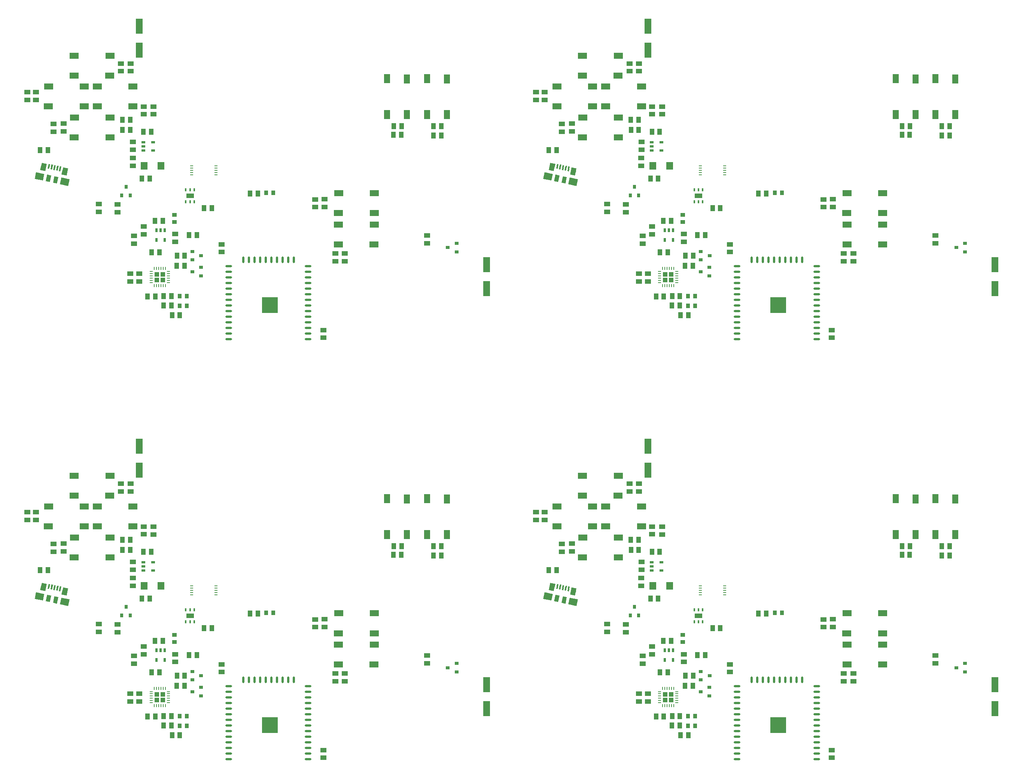
<source format=gbr>
G04 #@! TF.GenerationSoftware,KiCad,Pcbnew,(5.0.0-rc2-100-g6d77e594b)*
G04 #@! TF.CreationDate,2018-09-14T16:14:05+02:00*
G04 #@! TF.ProjectId,BruCON_0x0a,427275434F4E5F307830612E6B696361,rev?*
G04 #@! TF.SameCoordinates,Original*
G04 #@! TF.FileFunction,Paste,Top*
G04 #@! TF.FilePolarity,Positive*
%FSLAX46Y46*%
G04 Gerber Fmt 4.6, Leading zero omitted, Abs format (unit mm)*
G04 Created by KiCad (PCBNEW (5.0.0-rc2-100-g6d77e594b)) date Fri Sep 14 16:14:05 2018*
%MOMM*%
%LPD*%
G01*
G04 APERTURE LIST*
%ADD10R,1.400000X2.100000*%
%ADD11R,2.100000X1.400000*%
%ADD12R,1.400000X1.120000*%
%ADD13R,1.500000X1.700000*%
%ADD14R,1.120000X1.400000*%
%ADD15R,0.520000X0.848000*%
%ADD16R,1.600000X3.500000*%
%ADD17R,1.000000X0.820000*%
%ADD18C,0.940000*%
%ADD19C,0.100000*%
%ADD20C,1.520000*%
%ADD21C,1.180000*%
%ADD22C,0.360000*%
%ADD23R,0.900000X0.800000*%
%ADD24R,0.400000X0.664000*%
%ADD25R,1.720000X1.080000*%
%ADD26R,1.050000X1.050000*%
%ADD27R,0.240000X0.680000*%
%ADD28R,0.680000X0.240000*%
%ADD29R,0.770000X0.175000*%
%ADD30R,0.820000X1.000000*%
%ADD31R,3.600000X3.600000*%
%ADD32O,1.500000X0.540000*%
%ADD33O,0.540000X1.500000*%
%ADD34R,0.848000X0.520000*%
%ADD35R,0.800000X0.900000*%
G04 APERTURE END LIST*
D10*
G04 #@! TO.C,SW_A1*
X212400000Y-142060000D03*
X212400000Y-133960000D03*
X216900000Y-134010000D03*
X216900000Y-142060000D03*
G04 #@! TD*
G04 #@! TO.C,SW_A1*
X97400000Y-142060000D03*
X97400000Y-133960000D03*
X101900000Y-134010000D03*
X101900000Y-142060000D03*
G04 #@! TD*
G04 #@! TO.C,SW_A1*
X212400000Y-47060000D03*
X212400000Y-38960000D03*
X216900000Y-39010000D03*
X216900000Y-47060000D03*
G04 #@! TD*
D11*
G04 #@! TO.C,SW_DOWN1*
X149700000Y-147260000D03*
X141600000Y-147260000D03*
X141650000Y-142760000D03*
X149700000Y-142760000D03*
G04 #@! TD*
G04 #@! TO.C,SW_DOWN1*
X34700000Y-147260000D03*
X26600000Y-147260000D03*
X26650000Y-142760000D03*
X34700000Y-142760000D03*
G04 #@! TD*
G04 #@! TO.C,SW_DOWN1*
X149700000Y-52260000D03*
X141600000Y-52260000D03*
X141650000Y-47760000D03*
X149700000Y-47760000D03*
G04 #@! TD*
D12*
G04 #@! TO.C,R1*
X151410000Y-162370000D03*
X151410000Y-164130000D03*
G04 #@! TD*
G04 #@! TO.C,R1*
X36410000Y-162370000D03*
X36410000Y-164130000D03*
G04 #@! TD*
G04 #@! TO.C,R1*
X151410000Y-67370000D03*
X151410000Y-69130000D03*
G04 #@! TD*
D13*
G04 #@! TO.C,D2*
X157465000Y-153670000D03*
X161275000Y-153670000D03*
G04 #@! TD*
G04 #@! TO.C,D2*
X42465000Y-153670000D03*
X46275000Y-153670000D03*
G04 #@! TD*
G04 #@! TO.C,D2*
X157465000Y-58670000D03*
X161275000Y-58670000D03*
G04 #@! TD*
D14*
G04 #@! TO.C,M2*
X159040000Y-145990000D03*
X157280000Y-145990000D03*
G04 #@! TD*
G04 #@! TO.C,M2*
X44040000Y-145990000D03*
X42280000Y-145990000D03*
G04 #@! TD*
G04 #@! TO.C,M2*
X159040000Y-50990000D03*
X157280000Y-50990000D03*
G04 #@! TD*
G04 #@! TO.C,R26*
X152540000Y-145550000D03*
X154300000Y-145550000D03*
G04 #@! TD*
G04 #@! TO.C,R26*
X37540000Y-145550000D03*
X39300000Y-145550000D03*
G04 #@! TD*
G04 #@! TO.C,R26*
X152540000Y-50550000D03*
X154300000Y-50550000D03*
G04 #@! TD*
D12*
G04 #@! TO.C,C17*
X131040000Y-137020000D03*
X131040000Y-138780000D03*
G04 #@! TD*
G04 #@! TO.C,C17*
X16040000Y-137020000D03*
X16040000Y-138780000D03*
G04 #@! TD*
G04 #@! TO.C,C17*
X131040000Y-42020000D03*
X131040000Y-43780000D03*
G04 #@! TD*
D14*
G04 #@! TO.C,R14*
X172770000Y-163220000D03*
X171010000Y-163220000D03*
G04 #@! TD*
G04 #@! TO.C,R14*
X57770000Y-163220000D03*
X56010000Y-163220000D03*
G04 #@! TD*
G04 #@! TO.C,R14*
X172770000Y-68220000D03*
X171010000Y-68220000D03*
G04 #@! TD*
D15*
G04 #@! TO.C,U7*
X162080000Y-170440000D03*
X160180000Y-170440000D03*
X160180000Y-168240000D03*
X161130000Y-168240000D03*
X162080000Y-168240000D03*
G04 #@! TD*
G04 #@! TO.C,U7*
X47080000Y-170440000D03*
X45180000Y-170440000D03*
X45180000Y-168240000D03*
X46130000Y-168240000D03*
X47080000Y-168240000D03*
G04 #@! TD*
G04 #@! TO.C,U7*
X162080000Y-75440000D03*
X160180000Y-75440000D03*
X160180000Y-73240000D03*
X161130000Y-73240000D03*
X162080000Y-73240000D03*
G04 #@! TD*
D12*
G04 #@! TO.C,C6*
X154330000Y-178040000D03*
X154330000Y-179800000D03*
G04 #@! TD*
G04 #@! TO.C,C6*
X39330000Y-178040000D03*
X39330000Y-179800000D03*
G04 #@! TD*
G04 #@! TO.C,C6*
X154330000Y-83040000D03*
X154330000Y-84800000D03*
G04 #@! TD*
G04 #@! TO.C,C7*
X157360000Y-169170000D03*
X157360000Y-167410000D03*
G04 #@! TD*
G04 #@! TO.C,C7*
X42360000Y-169170000D03*
X42360000Y-167410000D03*
G04 #@! TD*
G04 #@! TO.C,C7*
X157360000Y-74170000D03*
X157360000Y-72410000D03*
G04 #@! TD*
D11*
G04 #@! TO.C,SW_RESET1*
X209470000Y-164380000D03*
X201370000Y-164380000D03*
X201420000Y-159880000D03*
X209470000Y-159880000D03*
G04 #@! TD*
G04 #@! TO.C,SW_RESET1*
X94470000Y-164380000D03*
X86370000Y-164380000D03*
X86420000Y-159880000D03*
X94470000Y-159880000D03*
G04 #@! TD*
G04 #@! TO.C,SW_RESET1*
X209470000Y-69380000D03*
X201370000Y-69380000D03*
X201420000Y-64880000D03*
X209470000Y-64880000D03*
G04 #@! TD*
D12*
G04 #@! TO.C,C1*
X197980000Y-192560000D03*
X197980000Y-190800000D03*
G04 #@! TD*
G04 #@! TO.C,C1*
X82980000Y-192560000D03*
X82980000Y-190800000D03*
G04 #@! TD*
G04 #@! TO.C,C1*
X197980000Y-97560000D03*
X197980000Y-95800000D03*
G04 #@! TD*
D14*
G04 #@! TO.C,C4*
X160880000Y-173230000D03*
X159120000Y-173230000D03*
G04 #@! TD*
G04 #@! TO.C,C4*
X45880000Y-173230000D03*
X44120000Y-173230000D03*
G04 #@! TD*
G04 #@! TO.C,C4*
X160880000Y-78230000D03*
X159120000Y-78230000D03*
G04 #@! TD*
D16*
G04 #@! TO.C,CP1*
X156360000Y-122090000D03*
X156360000Y-127490000D03*
G04 #@! TD*
G04 #@! TO.C,CP1*
X41360000Y-122090000D03*
X41360000Y-127490000D03*
G04 #@! TD*
G04 #@! TO.C,CP1*
X156360000Y-27090000D03*
X156360000Y-32490000D03*
G04 #@! TD*
D17*
G04 #@! TO.C,LED3*
X164250000Y-164770000D03*
X164250000Y-166370000D03*
G04 #@! TD*
G04 #@! TO.C,LED3*
X49250000Y-164770000D03*
X49250000Y-166370000D03*
G04 #@! TD*
G04 #@! TO.C,LED3*
X164250000Y-69770000D03*
X164250000Y-71370000D03*
G04 #@! TD*
D12*
G04 #@! TO.C,R20*
X154360000Y-130530000D03*
X154360000Y-132290000D03*
G04 #@! TD*
G04 #@! TO.C,R20*
X39360000Y-130530000D03*
X39360000Y-132290000D03*
G04 #@! TD*
G04 #@! TO.C,R20*
X154360000Y-35530000D03*
X154360000Y-37290000D03*
G04 #@! TD*
G04 #@! TO.C,C11*
X147150000Y-164100000D03*
X147150000Y-162340000D03*
G04 #@! TD*
G04 #@! TO.C,C11*
X32150000Y-164100000D03*
X32150000Y-162340000D03*
G04 #@! TD*
G04 #@! TO.C,C11*
X147150000Y-69100000D03*
X147150000Y-67340000D03*
G04 #@! TD*
D10*
G04 #@! TO.C,SW_B1*
X221400000Y-142060000D03*
X221400000Y-133960000D03*
X225900000Y-134010000D03*
X225900000Y-142060000D03*
G04 #@! TD*
G04 #@! TO.C,SW_B1*
X106400000Y-142060000D03*
X106400000Y-133960000D03*
X110900000Y-134010000D03*
X110900000Y-142060000D03*
G04 #@! TD*
G04 #@! TO.C,SW_B1*
X221400000Y-47060000D03*
X221400000Y-38960000D03*
X225900000Y-39010000D03*
X225900000Y-47060000D03*
G04 #@! TD*
D12*
G04 #@! TO.C,R18*
X221450000Y-171210000D03*
X221450000Y-169450000D03*
G04 #@! TD*
G04 #@! TO.C,R18*
X106450000Y-171210000D03*
X106450000Y-169450000D03*
G04 #@! TD*
G04 #@! TO.C,R18*
X221450000Y-76210000D03*
X221450000Y-74450000D03*
G04 #@! TD*
D18*
G04 #@! TO.C,J4*
X137435235Y-156849623D03*
D19*
G36*
X136817493Y-157495297D02*
X137133519Y-156008512D01*
X138052977Y-156203949D01*
X137736951Y-157690734D01*
X136817493Y-157495297D01*
X136817493Y-157495297D01*
G37*
D18*
X135791947Y-156500331D03*
D19*
G36*
X135174205Y-157146005D02*
X135490231Y-155659220D01*
X136409689Y-155854657D01*
X136093663Y-157341442D01*
X135174205Y-157146005D01*
X135174205Y-157146005D01*
G37*
D20*
X139460000Y-157280000D03*
D19*
G36*
X138372747Y-157825876D02*
X138688773Y-156339092D01*
X140547253Y-156734124D01*
X140231227Y-158220908D01*
X138372747Y-157825876D01*
X138372747Y-157825876D01*
G37*
D20*
X133767181Y-156069954D03*
D19*
G36*
X132679928Y-156615830D02*
X132995954Y-155129046D01*
X134854434Y-155524078D01*
X134538408Y-157010862D01*
X132679928Y-156615830D01*
X132679928Y-156615830D01*
G37*
D21*
X139500476Y-154937220D03*
D19*
G36*
X138748723Y-155636196D02*
X139098015Y-153992908D01*
X140252229Y-154238244D01*
X139902937Y-155881532D01*
X138748723Y-155636196D01*
X138748723Y-155636196D01*
G37*
D21*
X134683099Y-153913255D03*
D19*
G36*
X133931346Y-154612231D02*
X134280638Y-152968943D01*
X135434852Y-153214279D01*
X135085560Y-154857567D01*
X133931346Y-154612231D01*
X133931346Y-154612231D01*
G37*
D22*
X138438228Y-154343390D03*
D19*
G36*
X138147394Y-154845903D02*
X138376929Y-153766028D01*
X138729062Y-153840877D01*
X138499527Y-154920752D01*
X138147394Y-154845903D01*
X138147394Y-154845903D01*
G37*
D22*
X137802432Y-154208247D03*
D19*
G36*
X137511598Y-154710760D02*
X137741133Y-153630885D01*
X138093266Y-153705734D01*
X137863731Y-154785609D01*
X137511598Y-154710760D01*
X137511598Y-154710760D01*
G37*
D22*
X137166636Y-154073105D03*
D19*
G36*
X136875802Y-154575618D02*
X137105337Y-153495743D01*
X137457470Y-153570592D01*
X137227935Y-154650467D01*
X136875802Y-154575618D01*
X136875802Y-154575618D01*
G37*
D22*
X136530840Y-153937962D03*
D19*
G36*
X136240006Y-154440475D02*
X136469541Y-153360600D01*
X136821674Y-153435449D01*
X136592139Y-154515324D01*
X136240006Y-154440475D01*
X136240006Y-154440475D01*
G37*
D22*
X135895044Y-153802819D03*
D19*
G36*
X135604210Y-154305332D02*
X135833745Y-153225457D01*
X136185878Y-153300306D01*
X135956343Y-154380181D01*
X135604210Y-154305332D01*
X135604210Y-154305332D01*
G37*
G04 #@! TD*
D18*
G04 #@! TO.C,J4*
X22435235Y-156849623D03*
D19*
G36*
X21817493Y-157495297D02*
X22133519Y-156008512D01*
X23052977Y-156203949D01*
X22736951Y-157690734D01*
X21817493Y-157495297D01*
X21817493Y-157495297D01*
G37*
D18*
X20791947Y-156500331D03*
D19*
G36*
X20174205Y-157146005D02*
X20490231Y-155659220D01*
X21409689Y-155854657D01*
X21093663Y-157341442D01*
X20174205Y-157146005D01*
X20174205Y-157146005D01*
G37*
D20*
X24460000Y-157280000D03*
D19*
G36*
X23372747Y-157825876D02*
X23688773Y-156339092D01*
X25547253Y-156734124D01*
X25231227Y-158220908D01*
X23372747Y-157825876D01*
X23372747Y-157825876D01*
G37*
D20*
X18767181Y-156069954D03*
D19*
G36*
X17679928Y-156615830D02*
X17995954Y-155129046D01*
X19854434Y-155524078D01*
X19538408Y-157010862D01*
X17679928Y-156615830D01*
X17679928Y-156615830D01*
G37*
D21*
X24500476Y-154937220D03*
D19*
G36*
X23748723Y-155636196D02*
X24098015Y-153992908D01*
X25252229Y-154238244D01*
X24902937Y-155881532D01*
X23748723Y-155636196D01*
X23748723Y-155636196D01*
G37*
D21*
X19683099Y-153913255D03*
D19*
G36*
X18931346Y-154612231D02*
X19280638Y-152968943D01*
X20434852Y-153214279D01*
X20085560Y-154857567D01*
X18931346Y-154612231D01*
X18931346Y-154612231D01*
G37*
D22*
X23438228Y-154343390D03*
D19*
G36*
X23147394Y-154845903D02*
X23376929Y-153766028D01*
X23729062Y-153840877D01*
X23499527Y-154920752D01*
X23147394Y-154845903D01*
X23147394Y-154845903D01*
G37*
D22*
X22802432Y-154208247D03*
D19*
G36*
X22511598Y-154710760D02*
X22741133Y-153630885D01*
X23093266Y-153705734D01*
X22863731Y-154785609D01*
X22511598Y-154710760D01*
X22511598Y-154710760D01*
G37*
D22*
X22166636Y-154073105D03*
D19*
G36*
X21875802Y-154575618D02*
X22105337Y-153495743D01*
X22457470Y-153570592D01*
X22227935Y-154650467D01*
X21875802Y-154575618D01*
X21875802Y-154575618D01*
G37*
D22*
X21530840Y-153937962D03*
D19*
G36*
X21240006Y-154440475D02*
X21469541Y-153360600D01*
X21821674Y-153435449D01*
X21592139Y-154515324D01*
X21240006Y-154440475D01*
X21240006Y-154440475D01*
G37*
D22*
X20895044Y-153802819D03*
D19*
G36*
X20604210Y-154305332D02*
X20833745Y-153225457D01*
X21185878Y-153300306D01*
X20956343Y-154380181D01*
X20604210Y-154305332D01*
X20604210Y-154305332D01*
G37*
G04 #@! TD*
D18*
G04 #@! TO.C,J4*
X137435235Y-61849623D03*
D19*
G36*
X136817493Y-62495297D02*
X137133519Y-61008512D01*
X138052977Y-61203949D01*
X137736951Y-62690734D01*
X136817493Y-62495297D01*
X136817493Y-62495297D01*
G37*
D18*
X135791947Y-61500331D03*
D19*
G36*
X135174205Y-62146005D02*
X135490231Y-60659220D01*
X136409689Y-60854657D01*
X136093663Y-62341442D01*
X135174205Y-62146005D01*
X135174205Y-62146005D01*
G37*
D20*
X139460000Y-62280000D03*
D19*
G36*
X138372747Y-62825876D02*
X138688773Y-61339092D01*
X140547253Y-61734124D01*
X140231227Y-63220908D01*
X138372747Y-62825876D01*
X138372747Y-62825876D01*
G37*
D20*
X133767181Y-61069954D03*
D19*
G36*
X132679928Y-61615830D02*
X132995954Y-60129046D01*
X134854434Y-60524078D01*
X134538408Y-62010862D01*
X132679928Y-61615830D01*
X132679928Y-61615830D01*
G37*
D21*
X139500476Y-59937220D03*
D19*
G36*
X138748723Y-60636196D02*
X139098015Y-58992908D01*
X140252229Y-59238244D01*
X139902937Y-60881532D01*
X138748723Y-60636196D01*
X138748723Y-60636196D01*
G37*
D21*
X134683099Y-58913255D03*
D19*
G36*
X133931346Y-59612231D02*
X134280638Y-57968943D01*
X135434852Y-58214279D01*
X135085560Y-59857567D01*
X133931346Y-59612231D01*
X133931346Y-59612231D01*
G37*
D22*
X138438228Y-59343390D03*
D19*
G36*
X138147394Y-59845903D02*
X138376929Y-58766028D01*
X138729062Y-58840877D01*
X138499527Y-59920752D01*
X138147394Y-59845903D01*
X138147394Y-59845903D01*
G37*
D22*
X137802432Y-59208247D03*
D19*
G36*
X137511598Y-59710760D02*
X137741133Y-58630885D01*
X138093266Y-58705734D01*
X137863731Y-59785609D01*
X137511598Y-59710760D01*
X137511598Y-59710760D01*
G37*
D22*
X137166636Y-59073105D03*
D19*
G36*
X136875802Y-59575618D02*
X137105337Y-58495743D01*
X137457470Y-58570592D01*
X137227935Y-59650467D01*
X136875802Y-59575618D01*
X136875802Y-59575618D01*
G37*
D22*
X136530840Y-58937962D03*
D19*
G36*
X136240006Y-59440475D02*
X136469541Y-58360600D01*
X136821674Y-58435449D01*
X136592139Y-59515324D01*
X136240006Y-59440475D01*
X136240006Y-59440475D01*
G37*
D22*
X135895044Y-58802819D03*
D19*
G36*
X135604210Y-59305332D02*
X135833745Y-58225457D01*
X136185878Y-58300306D01*
X135956343Y-59380181D01*
X135604210Y-59305332D01*
X135604210Y-59305332D01*
G37*
G04 #@! TD*
D23*
G04 #@! TO.C,Q1*
X226120000Y-172170000D03*
X228120000Y-171220000D03*
X228120000Y-173120000D03*
G04 #@! TD*
G04 #@! TO.C,Q1*
X111120000Y-172170000D03*
X113120000Y-171220000D03*
X113120000Y-173120000D03*
G04 #@! TD*
G04 #@! TO.C,Q1*
X226120000Y-77170000D03*
X228120000Y-76220000D03*
X228120000Y-78120000D03*
G04 #@! TD*
D12*
G04 #@! TO.C,C15*
X139200000Y-144130000D03*
X139200000Y-145890000D03*
G04 #@! TD*
G04 #@! TO.C,C15*
X24200000Y-144130000D03*
X24200000Y-145890000D03*
G04 #@! TD*
G04 #@! TO.C,C15*
X139200000Y-49130000D03*
X139200000Y-50890000D03*
G04 #@! TD*
D11*
G04 #@! TO.C,SW_PROG1*
X201400000Y-166960000D03*
X209500000Y-166960000D03*
X209450000Y-171460000D03*
X201400000Y-171460000D03*
G04 #@! TD*
G04 #@! TO.C,SW_PROG1*
X86400000Y-166960000D03*
X94500000Y-166960000D03*
X94450000Y-171460000D03*
X86400000Y-171460000D03*
G04 #@! TD*
G04 #@! TO.C,SW_PROG1*
X201400000Y-71960000D03*
X209500000Y-71960000D03*
X209450000Y-76460000D03*
X201400000Y-76460000D03*
G04 #@! TD*
D14*
G04 #@! TO.C,R25*
X222870000Y-146790000D03*
X224630000Y-146790000D03*
G04 #@! TD*
G04 #@! TO.C,R25*
X107870000Y-146790000D03*
X109630000Y-146790000D03*
G04 #@! TD*
G04 #@! TO.C,R25*
X222870000Y-51790000D03*
X224630000Y-51790000D03*
G04 #@! TD*
D12*
G04 #@! TO.C,R23*
X132980000Y-137000000D03*
X132980000Y-138760000D03*
G04 #@! TD*
G04 #@! TO.C,R23*
X17980000Y-137000000D03*
X17980000Y-138760000D03*
G04 #@! TD*
G04 #@! TO.C,R23*
X132980000Y-42000000D03*
X132980000Y-43760000D03*
G04 #@! TD*
D14*
G04 #@! TO.C,C9*
X167580000Y-169350000D03*
X169340000Y-169350000D03*
G04 #@! TD*
G04 #@! TO.C,C9*
X52580000Y-169350000D03*
X54340000Y-169350000D03*
G04 #@! TD*
G04 #@! TO.C,C9*
X167580000Y-74350000D03*
X169340000Y-74350000D03*
G04 #@! TD*
D23*
G04 #@! TO.C,Q2*
X168330000Y-173030000D03*
X168330000Y-174930000D03*
X170330000Y-173980000D03*
G04 #@! TD*
G04 #@! TO.C,Q2*
X53330000Y-173030000D03*
X53330000Y-174930000D03*
X55330000Y-173980000D03*
G04 #@! TD*
G04 #@! TO.C,Q2*
X168330000Y-78030000D03*
X168330000Y-79930000D03*
X170330000Y-78980000D03*
G04 #@! TD*
D24*
G04 #@! TO.C,U3*
X167810000Y-159060000D03*
X168760000Y-159060000D03*
X166860000Y-159060000D03*
X167810000Y-161760000D03*
X168760000Y-161760000D03*
X166860000Y-161760000D03*
D25*
X167810000Y-160410000D03*
G04 #@! TD*
D24*
G04 #@! TO.C,U3*
X52810000Y-159060000D03*
X53760000Y-159060000D03*
X51860000Y-159060000D03*
X52810000Y-161760000D03*
X53760000Y-161760000D03*
X51860000Y-161760000D03*
D25*
X52810000Y-160410000D03*
G04 #@! TD*
D24*
G04 #@! TO.C,U3*
X167810000Y-64060000D03*
X168760000Y-64060000D03*
X166860000Y-64060000D03*
X167810000Y-66760000D03*
X168760000Y-66760000D03*
X166860000Y-66760000D03*
D25*
X167810000Y-65410000D03*
G04 #@! TD*
D26*
G04 #@! TO.C,U2*
X161620000Y-178190000D03*
X160320000Y-178190000D03*
X160320000Y-179490000D03*
X161620000Y-179490000D03*
D27*
X159720000Y-176890000D03*
X160220000Y-176890000D03*
X160720000Y-176890000D03*
X161220000Y-176890000D03*
X161720000Y-176890000D03*
X162220000Y-176890000D03*
D28*
X162920000Y-177590000D03*
X162920000Y-178090000D03*
X162920000Y-178590000D03*
X162920000Y-179090000D03*
X162920000Y-179590000D03*
X162920000Y-180090000D03*
D27*
X162220000Y-180790000D03*
X161720000Y-180790000D03*
X161220000Y-180790000D03*
X160720000Y-180790000D03*
X160220000Y-180790000D03*
X159720000Y-180790000D03*
D28*
X159020000Y-180090000D03*
X159020000Y-179590000D03*
X159020000Y-179090000D03*
X159020000Y-178590000D03*
X159020000Y-178090000D03*
X159020000Y-177590000D03*
G04 #@! TD*
D26*
G04 #@! TO.C,U2*
X46620000Y-178190000D03*
X45320000Y-178190000D03*
X45320000Y-179490000D03*
X46620000Y-179490000D03*
D27*
X44720000Y-176890000D03*
X45220000Y-176890000D03*
X45720000Y-176890000D03*
X46220000Y-176890000D03*
X46720000Y-176890000D03*
X47220000Y-176890000D03*
D28*
X47920000Y-177590000D03*
X47920000Y-178090000D03*
X47920000Y-178590000D03*
X47920000Y-179090000D03*
X47920000Y-179590000D03*
X47920000Y-180090000D03*
D27*
X47220000Y-180790000D03*
X46720000Y-180790000D03*
X46220000Y-180790000D03*
X45720000Y-180790000D03*
X45220000Y-180790000D03*
X44720000Y-180790000D03*
D28*
X44020000Y-180090000D03*
X44020000Y-179590000D03*
X44020000Y-179090000D03*
X44020000Y-178590000D03*
X44020000Y-178090000D03*
X44020000Y-177590000D03*
G04 #@! TD*
D26*
G04 #@! TO.C,U2*
X161620000Y-83190000D03*
X160320000Y-83190000D03*
X160320000Y-84490000D03*
X161620000Y-84490000D03*
D27*
X159720000Y-81890000D03*
X160220000Y-81890000D03*
X160720000Y-81890000D03*
X161220000Y-81890000D03*
X161720000Y-81890000D03*
X162220000Y-81890000D03*
D28*
X162920000Y-82590000D03*
X162920000Y-83090000D03*
X162920000Y-83590000D03*
X162920000Y-84090000D03*
X162920000Y-84590000D03*
X162920000Y-85090000D03*
D27*
X162220000Y-85790000D03*
X161720000Y-85790000D03*
X161220000Y-85790000D03*
X160720000Y-85790000D03*
X160220000Y-85790000D03*
X159720000Y-85790000D03*
D28*
X159020000Y-85090000D03*
X159020000Y-84590000D03*
X159020000Y-84090000D03*
X159020000Y-83590000D03*
X159020000Y-83090000D03*
X159020000Y-82590000D03*
G04 #@! TD*
D14*
G04 #@! TO.C,C13*
X156950000Y-156540000D03*
X158710000Y-156540000D03*
G04 #@! TD*
G04 #@! TO.C,C13*
X41950000Y-156540000D03*
X43710000Y-156540000D03*
G04 #@! TD*
G04 #@! TO.C,C13*
X156950000Y-61540000D03*
X158710000Y-61540000D03*
G04 #@! TD*
D23*
G04 #@! TO.C,Q3*
X168310000Y-177600000D03*
X170310000Y-176650000D03*
X170310000Y-178550000D03*
G04 #@! TD*
G04 #@! TO.C,Q3*
X53310000Y-177600000D03*
X55310000Y-176650000D03*
X55310000Y-178550000D03*
G04 #@! TD*
G04 #@! TO.C,Q3*
X168310000Y-82600000D03*
X170310000Y-81650000D03*
X170310000Y-83550000D03*
G04 #@! TD*
D12*
G04 #@! TO.C,R16*
X154900000Y-153690000D03*
X154900000Y-151930000D03*
G04 #@! TD*
G04 #@! TO.C,R16*
X39900000Y-153690000D03*
X39900000Y-151930000D03*
G04 #@! TD*
G04 #@! TO.C,R16*
X154900000Y-58690000D03*
X154900000Y-56930000D03*
G04 #@! TD*
G04 #@! TO.C,R5*
X200710000Y-173470000D03*
X200710000Y-175230000D03*
G04 #@! TD*
G04 #@! TO.C,R5*
X85710000Y-173470000D03*
X85710000Y-175230000D03*
G04 #@! TD*
G04 #@! TO.C,R5*
X200710000Y-78470000D03*
X200710000Y-80230000D03*
G04 #@! TD*
D29*
G04 #@! TO.C,J1*
X168220000Y-153690000D03*
X173720000Y-153690000D03*
X168220000Y-154190000D03*
X173720000Y-154190000D03*
X168220000Y-154690000D03*
X173720000Y-154690000D03*
X168220000Y-155190000D03*
X173720000Y-155190000D03*
X168220000Y-155690000D03*
X173720000Y-155690000D03*
G04 #@! TD*
G04 #@! TO.C,J1*
X53220000Y-153690000D03*
X58720000Y-153690000D03*
X53220000Y-154190000D03*
X58720000Y-154190000D03*
X53220000Y-154690000D03*
X58720000Y-154690000D03*
X53220000Y-155190000D03*
X58720000Y-155190000D03*
X53220000Y-155690000D03*
X58720000Y-155690000D03*
G04 #@! TD*
G04 #@! TO.C,J1*
X168220000Y-58690000D03*
X173720000Y-58690000D03*
X168220000Y-59190000D03*
X173720000Y-59190000D03*
X168220000Y-59690000D03*
X173720000Y-59690000D03*
X168220000Y-60190000D03*
X173720000Y-60190000D03*
X168220000Y-60690000D03*
X173720000Y-60690000D03*
G04 #@! TD*
D12*
G04 #@! TO.C,R21*
X136930000Y-144180000D03*
X136930000Y-145940000D03*
G04 #@! TD*
G04 #@! TO.C,R21*
X21930000Y-144180000D03*
X21930000Y-145940000D03*
G04 #@! TD*
G04 #@! TO.C,R21*
X136930000Y-49180000D03*
X136930000Y-50940000D03*
G04 #@! TD*
G04 #@! TO.C,R8*
X156360000Y-179800000D03*
X156360000Y-178040000D03*
G04 #@! TD*
G04 #@! TO.C,R8*
X41360000Y-179800000D03*
X41360000Y-178040000D03*
G04 #@! TD*
G04 #@! TO.C,R8*
X156360000Y-84800000D03*
X156360000Y-83040000D03*
G04 #@! TD*
D14*
G04 #@! TO.C,R13*
X161640000Y-166090000D03*
X159880000Y-166090000D03*
G04 #@! TD*
G04 #@! TO.C,R13*
X46640000Y-166090000D03*
X44880000Y-166090000D03*
G04 #@! TD*
G04 #@! TO.C,R13*
X161640000Y-71090000D03*
X159880000Y-71090000D03*
G04 #@! TD*
D30*
G04 #@! TO.C,LED2*
X165480000Y-183160000D03*
X167080000Y-183160000D03*
G04 #@! TD*
G04 #@! TO.C,LED2*
X50480000Y-183160000D03*
X52080000Y-183160000D03*
G04 #@! TD*
G04 #@! TO.C,LED2*
X165480000Y-88160000D03*
X167080000Y-88160000D03*
G04 #@! TD*
D12*
G04 #@! TO.C,R3*
X174970000Y-173170000D03*
X174970000Y-171410000D03*
G04 #@! TD*
G04 #@! TO.C,R3*
X59970000Y-173170000D03*
X59970000Y-171410000D03*
G04 #@! TD*
G04 #@! TO.C,R3*
X174970000Y-78170000D03*
X174970000Y-76410000D03*
G04 #@! TD*
D14*
G04 #@! TO.C,R9*
X164850000Y-174000000D03*
X166610000Y-174000000D03*
G04 #@! TD*
G04 #@! TO.C,R9*
X49850000Y-174000000D03*
X51610000Y-174000000D03*
G04 #@! TD*
G04 #@! TO.C,R9*
X164850000Y-79000000D03*
X166610000Y-79000000D03*
G04 #@! TD*
G04 #@! TO.C,R10*
X166560000Y-176250000D03*
X164800000Y-176250000D03*
G04 #@! TD*
G04 #@! TO.C,R10*
X51560000Y-176250000D03*
X49800000Y-176250000D03*
G04 #@! TD*
G04 #@! TO.C,R10*
X166560000Y-81250000D03*
X164800000Y-81250000D03*
G04 #@! TD*
G04 #@! TO.C,R12*
X163610000Y-183170000D03*
X161850000Y-183170000D03*
G04 #@! TD*
G04 #@! TO.C,R12*
X48610000Y-183170000D03*
X46850000Y-183170000D03*
G04 #@! TD*
G04 #@! TO.C,R12*
X163610000Y-88170000D03*
X161850000Y-88170000D03*
G04 #@! TD*
D30*
G04 #@! TO.C,LED1*
X167050000Y-185300000D03*
X165450000Y-185300000D03*
G04 #@! TD*
G04 #@! TO.C,LED1*
X52050000Y-185300000D03*
X50450000Y-185300000D03*
G04 #@! TD*
G04 #@! TO.C,LED1*
X167050000Y-90300000D03*
X165450000Y-90300000D03*
G04 #@! TD*
D14*
G04 #@! TO.C,R11*
X161820000Y-185260000D03*
X163580000Y-185260000D03*
G04 #@! TD*
G04 #@! TO.C,R11*
X46820000Y-185260000D03*
X48580000Y-185260000D03*
G04 #@! TD*
G04 #@! TO.C,R11*
X161820000Y-90260000D03*
X163580000Y-90260000D03*
G04 #@! TD*
D12*
G04 #@! TO.C,R17*
X154910000Y-150040000D03*
X154910000Y-148280000D03*
G04 #@! TD*
G04 #@! TO.C,R17*
X39910000Y-150040000D03*
X39910000Y-148280000D03*
G04 #@! TD*
G04 #@! TO.C,R17*
X154910000Y-55040000D03*
X154910000Y-53280000D03*
G04 #@! TD*
D14*
G04 #@! TO.C,C10*
X135690000Y-150090000D03*
X133930000Y-150090000D03*
G04 #@! TD*
G04 #@! TO.C,C10*
X20690000Y-150090000D03*
X18930000Y-150090000D03*
G04 #@! TD*
G04 #@! TO.C,C10*
X135690000Y-55090000D03*
X133930000Y-55090000D03*
G04 #@! TD*
D11*
G04 #@! TO.C,SW_LEFT1*
X154910000Y-140220000D03*
X146810000Y-140220000D03*
X146860000Y-135720000D03*
X154910000Y-135720000D03*
G04 #@! TD*
G04 #@! TO.C,SW_LEFT1*
X39910000Y-140220000D03*
X31810000Y-140220000D03*
X31860000Y-135720000D03*
X39910000Y-135720000D03*
G04 #@! TD*
G04 #@! TO.C,SW_LEFT1*
X154910000Y-45220000D03*
X146810000Y-45220000D03*
X146860000Y-40720000D03*
X154910000Y-40720000D03*
G04 #@! TD*
D30*
G04 #@! TO.C,LED4*
X185060000Y-159790000D03*
X186660000Y-159790000D03*
G04 #@! TD*
G04 #@! TO.C,LED4*
X70060000Y-159790000D03*
X71660000Y-159790000D03*
G04 #@! TD*
G04 #@! TO.C,LED4*
X185060000Y-64790000D03*
X186660000Y-64790000D03*
G04 #@! TD*
D14*
G04 #@! TO.C,R6*
X159980000Y-183180000D03*
X158220000Y-183180000D03*
G04 #@! TD*
G04 #@! TO.C,R6*
X44980000Y-183180000D03*
X43220000Y-183180000D03*
G04 #@! TD*
G04 #@! TO.C,R6*
X159980000Y-88180000D03*
X158220000Y-88180000D03*
G04 #@! TD*
D12*
G04 #@! TO.C,R19*
X164480000Y-170880000D03*
X164480000Y-169120000D03*
G04 #@! TD*
G04 #@! TO.C,R19*
X49480000Y-170880000D03*
X49480000Y-169120000D03*
G04 #@! TD*
G04 #@! TO.C,R19*
X164480000Y-75880000D03*
X164480000Y-74120000D03*
G04 #@! TD*
D14*
G04 #@! TO.C,R7*
X163740000Y-187480000D03*
X165500000Y-187480000D03*
G04 #@! TD*
G04 #@! TO.C,R7*
X48740000Y-187480000D03*
X50500000Y-187480000D03*
G04 #@! TD*
G04 #@! TO.C,R7*
X163740000Y-92480000D03*
X165500000Y-92480000D03*
G04 #@! TD*
D12*
G04 #@! TO.C,R22*
X159570000Y-142030000D03*
X159570000Y-140270000D03*
G04 #@! TD*
G04 #@! TO.C,R22*
X44570000Y-142030000D03*
X44570000Y-140270000D03*
G04 #@! TD*
G04 #@! TO.C,R22*
X159570000Y-47030000D03*
X159570000Y-45270000D03*
G04 #@! TD*
D31*
G04 #@! TO.C,U1*
X185840000Y-185190000D03*
D32*
X194540000Y-192890000D03*
X194540000Y-191620000D03*
X194540000Y-190350000D03*
X194540000Y-189080000D03*
X194540000Y-187810000D03*
X194540000Y-186540000D03*
X194540000Y-185270000D03*
X194540000Y-184000000D03*
X194540000Y-182730000D03*
X194540000Y-181460000D03*
X194540000Y-180190000D03*
X194540000Y-178920000D03*
X194540000Y-177650000D03*
X194540000Y-176380000D03*
D33*
X191255000Y-174890000D03*
X189985000Y-174890000D03*
X188715000Y-174890000D03*
X187445000Y-174890000D03*
X186175000Y-174890000D03*
X184905000Y-174890000D03*
X183635000Y-174890000D03*
X182365000Y-174890000D03*
X181095000Y-174890000D03*
X179825000Y-174890000D03*
D32*
X176540000Y-176380000D03*
X176540000Y-177650000D03*
X176540000Y-178920000D03*
X176540000Y-180190000D03*
X176540000Y-181460000D03*
X176540000Y-182730000D03*
X176540000Y-184000000D03*
X176540000Y-185270000D03*
X176540000Y-186540000D03*
X176540000Y-187810000D03*
X176540000Y-189080000D03*
X176540000Y-190350000D03*
X176540000Y-191620000D03*
X176540000Y-192890000D03*
G04 #@! TD*
D31*
G04 #@! TO.C,U1*
X70840000Y-185190000D03*
D32*
X79540000Y-192890000D03*
X79540000Y-191620000D03*
X79540000Y-190350000D03*
X79540000Y-189080000D03*
X79540000Y-187810000D03*
X79540000Y-186540000D03*
X79540000Y-185270000D03*
X79540000Y-184000000D03*
X79540000Y-182730000D03*
X79540000Y-181460000D03*
X79540000Y-180190000D03*
X79540000Y-178920000D03*
X79540000Y-177650000D03*
X79540000Y-176380000D03*
D33*
X76255000Y-174890000D03*
X74985000Y-174890000D03*
X73715000Y-174890000D03*
X72445000Y-174890000D03*
X71175000Y-174890000D03*
X69905000Y-174890000D03*
X68635000Y-174890000D03*
X67365000Y-174890000D03*
X66095000Y-174890000D03*
X64825000Y-174890000D03*
D32*
X61540000Y-176380000D03*
X61540000Y-177650000D03*
X61540000Y-178920000D03*
X61540000Y-180190000D03*
X61540000Y-181460000D03*
X61540000Y-182730000D03*
X61540000Y-184000000D03*
X61540000Y-185270000D03*
X61540000Y-186540000D03*
X61540000Y-187810000D03*
X61540000Y-189080000D03*
X61540000Y-190350000D03*
X61540000Y-191620000D03*
X61540000Y-192890000D03*
G04 #@! TD*
D31*
G04 #@! TO.C,U1*
X185840000Y-90190000D03*
D32*
X194540000Y-97890000D03*
X194540000Y-96620000D03*
X194540000Y-95350000D03*
X194540000Y-94080000D03*
X194540000Y-92810000D03*
X194540000Y-91540000D03*
X194540000Y-90270000D03*
X194540000Y-89000000D03*
X194540000Y-87730000D03*
X194540000Y-86460000D03*
X194540000Y-85190000D03*
X194540000Y-83920000D03*
X194540000Y-82650000D03*
X194540000Y-81380000D03*
D33*
X191255000Y-79890000D03*
X189985000Y-79890000D03*
X188715000Y-79890000D03*
X187445000Y-79890000D03*
X186175000Y-79890000D03*
X184905000Y-79890000D03*
X183635000Y-79890000D03*
X182365000Y-79890000D03*
X181095000Y-79890000D03*
X179825000Y-79890000D03*
D32*
X176540000Y-81380000D03*
X176540000Y-82650000D03*
X176540000Y-83920000D03*
X176540000Y-85190000D03*
X176540000Y-86460000D03*
X176540000Y-87730000D03*
X176540000Y-89000000D03*
X176540000Y-90270000D03*
X176540000Y-91540000D03*
X176540000Y-92810000D03*
X176540000Y-94080000D03*
X176540000Y-95350000D03*
X176540000Y-96620000D03*
X176540000Y-97890000D03*
G04 #@! TD*
D12*
G04 #@! TO.C,C5*
X155170000Y-171290000D03*
X155170000Y-169530000D03*
G04 #@! TD*
G04 #@! TO.C,C5*
X40170000Y-171290000D03*
X40170000Y-169530000D03*
G04 #@! TD*
G04 #@! TO.C,C5*
X155170000Y-76290000D03*
X155170000Y-74530000D03*
G04 #@! TD*
D11*
G04 #@! TO.C,SW_RIGHT1*
X143880000Y-140220000D03*
X135780000Y-140220000D03*
X135830000Y-135720000D03*
X143880000Y-135720000D03*
G04 #@! TD*
G04 #@! TO.C,SW_RIGHT1*
X28880000Y-140220000D03*
X20780000Y-140220000D03*
X20830000Y-135720000D03*
X28880000Y-135720000D03*
G04 #@! TD*
G04 #@! TO.C,SW_RIGHT1*
X143880000Y-45220000D03*
X135780000Y-45220000D03*
X135830000Y-40720000D03*
X143880000Y-40720000D03*
G04 #@! TD*
D16*
G04 #@! TO.C,CP2*
X234910000Y-176010000D03*
X234910000Y-181410000D03*
G04 #@! TD*
G04 #@! TO.C,CP2*
X119910000Y-176010000D03*
X119910000Y-181410000D03*
G04 #@! TD*
G04 #@! TO.C,CP2*
X234910000Y-81010000D03*
X234910000Y-86410000D03*
G04 #@! TD*
D14*
G04 #@! TO.C,R24*
X215610000Y-146680000D03*
X213850000Y-146680000D03*
G04 #@! TD*
G04 #@! TO.C,R24*
X100610000Y-146680000D03*
X98850000Y-146680000D03*
G04 #@! TD*
G04 #@! TO.C,R24*
X215610000Y-51680000D03*
X213850000Y-51680000D03*
G04 #@! TD*
D12*
G04 #@! TO.C,C3*
X202850000Y-175250000D03*
X202850000Y-173490000D03*
G04 #@! TD*
G04 #@! TO.C,C3*
X87850000Y-175250000D03*
X87850000Y-173490000D03*
G04 #@! TD*
G04 #@! TO.C,C3*
X202850000Y-80250000D03*
X202850000Y-78490000D03*
G04 #@! TD*
D14*
G04 #@! TO.C,C19*
X222880000Y-144660000D03*
X224640000Y-144660000D03*
G04 #@! TD*
G04 #@! TO.C,C19*
X107880000Y-144660000D03*
X109640000Y-144660000D03*
G04 #@! TD*
G04 #@! TO.C,C19*
X222880000Y-49660000D03*
X224640000Y-49660000D03*
G04 #@! TD*
D11*
G04 #@! TO.C,SW_UP1*
X141600000Y-128760000D03*
X149700000Y-128760000D03*
X149650000Y-133260000D03*
X141600000Y-133260000D03*
G04 #@! TD*
G04 #@! TO.C,SW_UP1*
X26600000Y-128760000D03*
X34700000Y-128760000D03*
X34650000Y-133260000D03*
X26600000Y-133260000D03*
G04 #@! TD*
G04 #@! TO.C,SW_UP1*
X141600000Y-33760000D03*
X149700000Y-33760000D03*
X149650000Y-38260000D03*
X141600000Y-38260000D03*
G04 #@! TD*
D14*
G04 #@! TO.C,C18*
X215640000Y-144670000D03*
X213880000Y-144670000D03*
G04 #@! TD*
G04 #@! TO.C,C18*
X100640000Y-144670000D03*
X98880000Y-144670000D03*
G04 #@! TD*
G04 #@! TO.C,C18*
X215640000Y-49670000D03*
X213880000Y-49670000D03*
G04 #@! TD*
D12*
G04 #@! TO.C,C2*
X198240000Y-163000000D03*
X198240000Y-161240000D03*
G04 #@! TD*
G04 #@! TO.C,C2*
X83240000Y-163000000D03*
X83240000Y-161240000D03*
G04 #@! TD*
G04 #@! TO.C,C2*
X198240000Y-68000000D03*
X198240000Y-66240000D03*
G04 #@! TD*
G04 #@! TO.C,C16*
X157330000Y-142020000D03*
X157330000Y-140260000D03*
G04 #@! TD*
G04 #@! TO.C,C16*
X42330000Y-142020000D03*
X42330000Y-140260000D03*
G04 #@! TD*
G04 #@! TO.C,C16*
X157330000Y-47020000D03*
X157330000Y-45260000D03*
G04 #@! TD*
G04 #@! TO.C,R4*
X196090000Y-161250000D03*
X196090000Y-163010000D03*
G04 #@! TD*
G04 #@! TO.C,R4*
X81090000Y-161250000D03*
X81090000Y-163010000D03*
G04 #@! TD*
G04 #@! TO.C,R4*
X196090000Y-66250000D03*
X196090000Y-68010000D03*
G04 #@! TD*
D14*
G04 #@! TO.C,R27*
X152530000Y-143270000D03*
X154290000Y-143270000D03*
G04 #@! TD*
G04 #@! TO.C,R27*
X37530000Y-143270000D03*
X39290000Y-143270000D03*
G04 #@! TD*
G04 #@! TO.C,R27*
X152530000Y-48270000D03*
X154290000Y-48270000D03*
G04 #@! TD*
D34*
G04 #@! TO.C,U5*
X159450000Y-148330000D03*
X159450000Y-150230000D03*
X157250000Y-150230000D03*
X157250000Y-149280000D03*
X157250000Y-148330000D03*
G04 #@! TD*
G04 #@! TO.C,U5*
X44450000Y-148330000D03*
X44450000Y-150230000D03*
X42250000Y-150230000D03*
X42250000Y-149280000D03*
X42250000Y-148330000D03*
G04 #@! TD*
G04 #@! TO.C,U5*
X159450000Y-53330000D03*
X159450000Y-55230000D03*
X157250000Y-55230000D03*
X157250000Y-54280000D03*
X157250000Y-53330000D03*
G04 #@! TD*
D12*
G04 #@! TO.C,C14*
X152200000Y-130530000D03*
X152200000Y-132290000D03*
G04 #@! TD*
G04 #@! TO.C,C14*
X37200000Y-130530000D03*
X37200000Y-132290000D03*
G04 #@! TD*
G04 #@! TO.C,C14*
X152200000Y-35530000D03*
X152200000Y-37290000D03*
G04 #@! TD*
D35*
G04 #@! TO.C,U8*
X153330000Y-158390000D03*
X154280000Y-160390000D03*
X152380000Y-160390000D03*
G04 #@! TD*
G04 #@! TO.C,U8*
X38330000Y-158390000D03*
X39280000Y-160390000D03*
X37380000Y-160390000D03*
G04 #@! TD*
G04 #@! TO.C,U8*
X153330000Y-63390000D03*
X154280000Y-65390000D03*
X152380000Y-65390000D03*
G04 #@! TD*
D14*
G04 #@! TO.C,R2*
X183143513Y-159908988D03*
X181383513Y-159908988D03*
G04 #@! TD*
G04 #@! TO.C,R2*
X68143513Y-159908988D03*
X66383513Y-159908988D03*
G04 #@! TD*
G04 #@! TO.C,R2*
X183143513Y-64908988D03*
X181383513Y-64908988D03*
G04 #@! TD*
G04 #@! TO.C,R14*
X56010000Y-68220000D03*
X57770000Y-68220000D03*
G04 #@! TD*
D10*
G04 #@! TO.C,SW_A1*
X101900000Y-47060000D03*
X101900000Y-39010000D03*
X97400000Y-38960000D03*
X97400000Y-47060000D03*
G04 #@! TD*
D11*
G04 #@! TO.C,SW_DOWN1*
X34700000Y-47760000D03*
X26650000Y-47760000D03*
X26600000Y-52260000D03*
X34700000Y-52260000D03*
G04 #@! TD*
G04 #@! TO.C,SW_LEFT1*
X39910000Y-40720000D03*
X31860000Y-40720000D03*
X31810000Y-45220000D03*
X39910000Y-45220000D03*
G04 #@! TD*
G04 #@! TO.C,SW_PROG1*
X86400000Y-76460000D03*
X94450000Y-76460000D03*
X94500000Y-71960000D03*
X86400000Y-71960000D03*
G04 #@! TD*
D10*
G04 #@! TO.C,SW_B1*
X110900000Y-47060000D03*
X110900000Y-39010000D03*
X106400000Y-38960000D03*
X106400000Y-47060000D03*
G04 #@! TD*
D11*
G04 #@! TO.C,SW_UP1*
X26600000Y-38260000D03*
X34650000Y-38260000D03*
X34700000Y-33760000D03*
X26600000Y-33760000D03*
G04 #@! TD*
G04 #@! TO.C,SW_RIGHT1*
X28880000Y-40720000D03*
X20830000Y-40720000D03*
X20780000Y-45220000D03*
X28880000Y-45220000D03*
G04 #@! TD*
G04 #@! TO.C,SW_RESET1*
X94470000Y-64880000D03*
X86420000Y-64880000D03*
X86370000Y-69380000D03*
X94470000Y-69380000D03*
G04 #@! TD*
D12*
G04 #@! TO.C,R18*
X106450000Y-74450000D03*
X106450000Y-76210000D03*
G04 #@! TD*
D32*
G04 #@! TO.C,U1*
X61540000Y-97890000D03*
X61540000Y-96620000D03*
X61540000Y-95350000D03*
X61540000Y-94080000D03*
X61540000Y-92810000D03*
X61540000Y-91540000D03*
X61540000Y-90270000D03*
X61540000Y-89000000D03*
X61540000Y-87730000D03*
X61540000Y-86460000D03*
X61540000Y-85190000D03*
X61540000Y-83920000D03*
X61540000Y-82650000D03*
X61540000Y-81380000D03*
D33*
X64825000Y-79890000D03*
X66095000Y-79890000D03*
X67365000Y-79890000D03*
X68635000Y-79890000D03*
X69905000Y-79890000D03*
X71175000Y-79890000D03*
X72445000Y-79890000D03*
X73715000Y-79890000D03*
X74985000Y-79890000D03*
X76255000Y-79890000D03*
D32*
X79540000Y-81380000D03*
X79540000Y-82650000D03*
X79540000Y-83920000D03*
X79540000Y-85190000D03*
X79540000Y-86460000D03*
X79540000Y-87730000D03*
X79540000Y-89000000D03*
X79540000Y-90270000D03*
X79540000Y-91540000D03*
X79540000Y-92810000D03*
X79540000Y-94080000D03*
X79540000Y-95350000D03*
X79540000Y-96620000D03*
X79540000Y-97890000D03*
D31*
X70840000Y-90190000D03*
G04 #@! TD*
D23*
G04 #@! TO.C,Q1*
X113120000Y-78120000D03*
X113120000Y-76220000D03*
X111120000Y-77170000D03*
G04 #@! TD*
D13*
G04 #@! TO.C,D2*
X46275000Y-58670000D03*
X42465000Y-58670000D03*
G04 #@! TD*
D12*
G04 #@! TO.C,C5*
X40170000Y-74530000D03*
X40170000Y-76290000D03*
G04 #@! TD*
D14*
G04 #@! TO.C,C19*
X109640000Y-49660000D03*
X107880000Y-49660000D03*
G04 #@! TD*
D12*
G04 #@! TO.C,C15*
X24200000Y-50890000D03*
X24200000Y-49130000D03*
G04 #@! TD*
D14*
G04 #@! TO.C,R9*
X51610000Y-79000000D03*
X49850000Y-79000000D03*
G04 #@! TD*
D12*
G04 #@! TO.C,R8*
X41360000Y-83040000D03*
X41360000Y-84800000D03*
G04 #@! TD*
D34*
G04 #@! TO.C,U5*
X42250000Y-53330000D03*
X42250000Y-54280000D03*
X42250000Y-55230000D03*
X44450000Y-55230000D03*
X44450000Y-53330000D03*
G04 #@! TD*
D12*
G04 #@! TO.C,C3*
X87850000Y-78490000D03*
X87850000Y-80250000D03*
G04 #@! TD*
D29*
G04 #@! TO.C,J1*
X58720000Y-60690000D03*
X53220000Y-60690000D03*
X58720000Y-60190000D03*
X53220000Y-60190000D03*
X58720000Y-59690000D03*
X53220000Y-59690000D03*
X58720000Y-59190000D03*
X53220000Y-59190000D03*
X58720000Y-58690000D03*
X53220000Y-58690000D03*
G04 #@! TD*
D12*
G04 #@! TO.C,C17*
X16040000Y-43780000D03*
X16040000Y-42020000D03*
G04 #@! TD*
G04 #@! TO.C,R17*
X39910000Y-53280000D03*
X39910000Y-55040000D03*
G04 #@! TD*
D14*
G04 #@! TO.C,R11*
X48580000Y-90260000D03*
X46820000Y-90260000D03*
G04 #@! TD*
G04 #@! TO.C,R24*
X98850000Y-51680000D03*
X100610000Y-51680000D03*
G04 #@! TD*
G04 #@! TO.C,M2*
X42280000Y-50990000D03*
X44040000Y-50990000D03*
G04 #@! TD*
D35*
G04 #@! TO.C,U8*
X37380000Y-65390000D03*
X39280000Y-65390000D03*
X38330000Y-63390000D03*
G04 #@! TD*
D12*
G04 #@! TO.C,R5*
X85710000Y-80230000D03*
X85710000Y-78470000D03*
G04 #@! TD*
G04 #@! TO.C,R21*
X21930000Y-50940000D03*
X21930000Y-49180000D03*
G04 #@! TD*
G04 #@! TO.C,R23*
X17980000Y-43760000D03*
X17980000Y-42000000D03*
G04 #@! TD*
D30*
G04 #@! TO.C,LED2*
X52080000Y-88160000D03*
X50480000Y-88160000D03*
G04 #@! TD*
D12*
G04 #@! TO.C,C1*
X82980000Y-95800000D03*
X82980000Y-97560000D03*
G04 #@! TD*
D14*
G04 #@! TO.C,R25*
X109630000Y-51790000D03*
X107870000Y-51790000D03*
G04 #@! TD*
G04 #@! TO.C,R13*
X44880000Y-71090000D03*
X46640000Y-71090000D03*
G04 #@! TD*
D12*
G04 #@! TO.C,C14*
X37200000Y-37290000D03*
X37200000Y-35530000D03*
G04 #@! TD*
G04 #@! TO.C,R16*
X39900000Y-56930000D03*
X39900000Y-58690000D03*
G04 #@! TD*
G04 #@! TO.C,R19*
X49480000Y-74120000D03*
X49480000Y-75880000D03*
G04 #@! TD*
D14*
G04 #@! TO.C,C4*
X44120000Y-78230000D03*
X45880000Y-78230000D03*
G04 #@! TD*
G04 #@! TO.C,R12*
X46850000Y-88170000D03*
X48610000Y-88170000D03*
G04 #@! TD*
D30*
G04 #@! TO.C,LED1*
X50450000Y-90300000D03*
X52050000Y-90300000D03*
G04 #@! TD*
D14*
G04 #@! TO.C,R7*
X50500000Y-92480000D03*
X48740000Y-92480000D03*
G04 #@! TD*
D12*
G04 #@! TO.C,C16*
X42330000Y-45260000D03*
X42330000Y-47020000D03*
G04 #@! TD*
G04 #@! TO.C,R22*
X44570000Y-45270000D03*
X44570000Y-47030000D03*
G04 #@! TD*
G04 #@! TO.C,C7*
X42360000Y-72410000D03*
X42360000Y-74170000D03*
G04 #@! TD*
D23*
G04 #@! TO.C,Q2*
X55330000Y-78980000D03*
X53330000Y-79930000D03*
X53330000Y-78030000D03*
G04 #@! TD*
D14*
G04 #@! TO.C,R6*
X43220000Y-88180000D03*
X44980000Y-88180000D03*
G04 #@! TD*
G04 #@! TO.C,C18*
X98880000Y-49670000D03*
X100640000Y-49670000D03*
G04 #@! TD*
G04 #@! TO.C,R10*
X49800000Y-81250000D03*
X51560000Y-81250000D03*
G04 #@! TD*
D12*
G04 #@! TO.C,R3*
X59970000Y-76410000D03*
X59970000Y-78170000D03*
G04 #@! TD*
G04 #@! TO.C,C6*
X39330000Y-84800000D03*
X39330000Y-83040000D03*
G04 #@! TD*
D22*
G04 #@! TO.C,J4*
X20895044Y-58802819D03*
D19*
G36*
X20604210Y-59305332D02*
X20833745Y-58225457D01*
X21185878Y-58300306D01*
X20956343Y-59380181D01*
X20604210Y-59305332D01*
X20604210Y-59305332D01*
G37*
D22*
X21530840Y-58937962D03*
D19*
G36*
X21240006Y-59440475D02*
X21469541Y-58360600D01*
X21821674Y-58435449D01*
X21592139Y-59515324D01*
X21240006Y-59440475D01*
X21240006Y-59440475D01*
G37*
D22*
X22166636Y-59073105D03*
D19*
G36*
X21875802Y-59575618D02*
X22105337Y-58495743D01*
X22457470Y-58570592D01*
X22227935Y-59650467D01*
X21875802Y-59575618D01*
X21875802Y-59575618D01*
G37*
D22*
X22802432Y-59208247D03*
D19*
G36*
X22511598Y-59710760D02*
X22741133Y-58630885D01*
X23093266Y-58705734D01*
X22863731Y-59785609D01*
X22511598Y-59710760D01*
X22511598Y-59710760D01*
G37*
D22*
X23438228Y-59343390D03*
D19*
G36*
X23147394Y-59845903D02*
X23376929Y-58766028D01*
X23729062Y-58840877D01*
X23499527Y-59920752D01*
X23147394Y-59845903D01*
X23147394Y-59845903D01*
G37*
D21*
X19683099Y-58913255D03*
D19*
G36*
X18931346Y-59612231D02*
X19280638Y-57968943D01*
X20434852Y-58214279D01*
X20085560Y-59857567D01*
X18931346Y-59612231D01*
X18931346Y-59612231D01*
G37*
D21*
X24500476Y-59937220D03*
D19*
G36*
X23748723Y-60636196D02*
X24098015Y-58992908D01*
X25252229Y-59238244D01*
X24902937Y-60881532D01*
X23748723Y-60636196D01*
X23748723Y-60636196D01*
G37*
D20*
X18767181Y-61069954D03*
D19*
G36*
X17679928Y-61615830D02*
X17995954Y-60129046D01*
X19854434Y-60524078D01*
X19538408Y-62010862D01*
X17679928Y-61615830D01*
X17679928Y-61615830D01*
G37*
D20*
X24460000Y-62280000D03*
D19*
G36*
X23372747Y-62825876D02*
X23688773Y-61339092D01*
X25547253Y-61734124D01*
X25231227Y-63220908D01*
X23372747Y-62825876D01*
X23372747Y-62825876D01*
G37*
D18*
X20791947Y-61500331D03*
D19*
G36*
X20174205Y-62146005D02*
X20490231Y-60659220D01*
X21409689Y-60854657D01*
X21093663Y-62341442D01*
X20174205Y-62146005D01*
X20174205Y-62146005D01*
G37*
D18*
X22435235Y-61849623D03*
D19*
G36*
X21817493Y-62495297D02*
X22133519Y-61008512D01*
X23052977Y-61203949D01*
X22736951Y-62690734D01*
X21817493Y-62495297D01*
X21817493Y-62495297D01*
G37*
G04 #@! TD*
D17*
G04 #@! TO.C,LED3*
X49250000Y-71370000D03*
X49250000Y-69770000D03*
G04 #@! TD*
D12*
G04 #@! TO.C,R1*
X36410000Y-69130000D03*
X36410000Y-67370000D03*
G04 #@! TD*
G04 #@! TO.C,C11*
X32150000Y-67340000D03*
X32150000Y-69100000D03*
G04 #@! TD*
D14*
G04 #@! TO.C,C9*
X54340000Y-74350000D03*
X52580000Y-74350000D03*
G04 #@! TD*
D12*
G04 #@! TO.C,R20*
X39360000Y-37290000D03*
X39360000Y-35530000D03*
G04 #@! TD*
G04 #@! TO.C,C2*
X83240000Y-66240000D03*
X83240000Y-68000000D03*
G04 #@! TD*
D25*
G04 #@! TO.C,U3*
X52810000Y-65410000D03*
D24*
X51860000Y-66760000D03*
X53760000Y-66760000D03*
X52810000Y-66760000D03*
X51860000Y-64060000D03*
X53760000Y-64060000D03*
X52810000Y-64060000D03*
G04 #@! TD*
D15*
G04 #@! TO.C,U7*
X47080000Y-73240000D03*
X46130000Y-73240000D03*
X45180000Y-73240000D03*
X45180000Y-75440000D03*
X47080000Y-75440000D03*
G04 #@! TD*
D12*
G04 #@! TO.C,R4*
X81090000Y-68010000D03*
X81090000Y-66250000D03*
G04 #@! TD*
D28*
G04 #@! TO.C,U2*
X44020000Y-82590000D03*
X44020000Y-83090000D03*
X44020000Y-83590000D03*
X44020000Y-84090000D03*
X44020000Y-84590000D03*
X44020000Y-85090000D03*
D27*
X44720000Y-85790000D03*
X45220000Y-85790000D03*
X45720000Y-85790000D03*
X46220000Y-85790000D03*
X46720000Y-85790000D03*
X47220000Y-85790000D03*
D28*
X47920000Y-85090000D03*
X47920000Y-84590000D03*
X47920000Y-84090000D03*
X47920000Y-83590000D03*
X47920000Y-83090000D03*
X47920000Y-82590000D03*
D27*
X47220000Y-81890000D03*
X46720000Y-81890000D03*
X46220000Y-81890000D03*
X45720000Y-81890000D03*
X45220000Y-81890000D03*
X44720000Y-81890000D03*
D26*
X46620000Y-84490000D03*
X45320000Y-84490000D03*
X45320000Y-83190000D03*
X46620000Y-83190000D03*
G04 #@! TD*
D14*
G04 #@! TO.C,C13*
X43710000Y-61540000D03*
X41950000Y-61540000D03*
G04 #@! TD*
G04 #@! TO.C,C10*
X18930000Y-55090000D03*
X20690000Y-55090000D03*
G04 #@! TD*
D23*
G04 #@! TO.C,Q3*
X55310000Y-83550000D03*
X55310000Y-81650000D03*
X53310000Y-82600000D03*
G04 #@! TD*
D16*
G04 #@! TO.C,CP1*
X41360000Y-32490000D03*
X41360000Y-27090000D03*
G04 #@! TD*
D30*
G04 #@! TO.C,LED4*
X71660000Y-64790000D03*
X70060000Y-64790000D03*
G04 #@! TD*
D14*
G04 #@! TO.C,R2*
X66383513Y-64908988D03*
X68143513Y-64908988D03*
G04 #@! TD*
D16*
G04 #@! TO.C,CP2*
X119910000Y-86410000D03*
X119910000Y-81010000D03*
G04 #@! TD*
D14*
G04 #@! TO.C,R26*
X39300000Y-50550000D03*
X37540000Y-50550000D03*
G04 #@! TD*
G04 #@! TO.C,R27*
X39290000Y-48270000D03*
X37530000Y-48270000D03*
G04 #@! TD*
M02*

</source>
